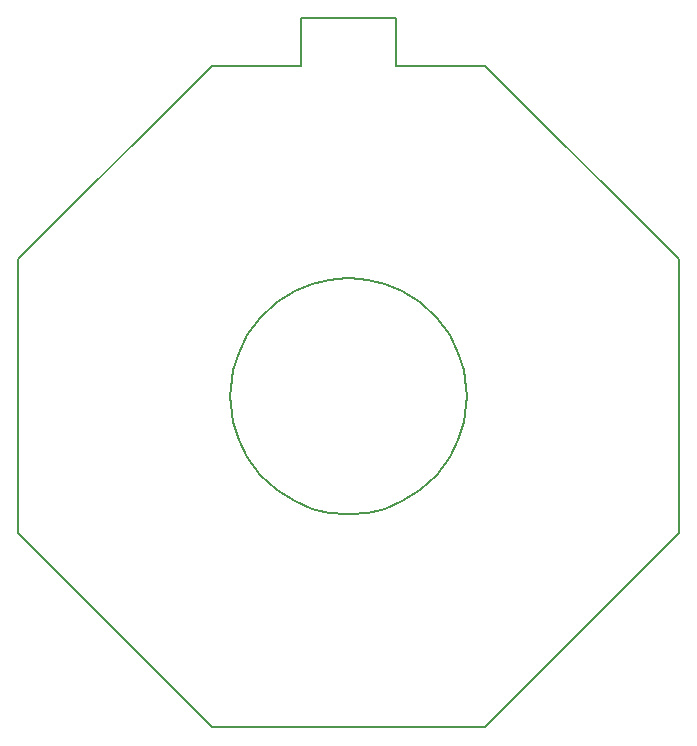
<source format=gbr>
G04 PROTEUS RS274X GERBER FILE*
%FSLAX45Y45*%
%MOMM*%
G01*
%ADD16C,0.203200*%
D16*
X+2800000Y+1159798D02*
X+1159798Y+2800000D01*
X+400000Y+2800000D01*
X+400000Y+3200000D01*
X-400000Y+3200000D01*
X-400000Y+2800000D01*
X-1159798Y+2800000D01*
X-2800000Y+1159798D01*
X-2800000Y-1159798D01*
X-1159798Y-2800000D01*
X+1159798Y-2800000D01*
X+2800000Y-1159798D01*
X+2800000Y+1159798D01*
X+1000000Y+0D02*
X+997283Y+73665D01*
X+975275Y+220996D01*
X+929696Y+368327D01*
X+856795Y+515658D01*
X+748629Y+662989D01*
X+603894Y+797065D01*
X+456563Y+889691D01*
X+309232Y+950987D01*
X+161901Y+986807D01*
X+14570Y+999894D01*
X+0Y+1000000D01*
X-1000000Y+0D02*
X-997283Y+73665D01*
X-975275Y+220996D01*
X-929696Y+368327D01*
X-856795Y+515658D01*
X-748629Y+662989D01*
X-603894Y+797065D01*
X-456563Y+889691D01*
X-309232Y+950987D01*
X-161901Y+986807D01*
X-14570Y+999894D01*
X+0Y+1000000D01*
X-1000000Y+0D02*
X-997283Y-73665D01*
X-975275Y-220996D01*
X-929696Y-368327D01*
X-856795Y-515658D01*
X-748629Y-662989D01*
X-603894Y-797065D01*
X-456563Y-889691D01*
X-309232Y-950987D01*
X-161901Y-986807D01*
X-14570Y-999894D01*
X+0Y-1000000D01*
X+1000000Y+0D02*
X+997283Y-73665D01*
X+975275Y-220996D01*
X+929696Y-368327D01*
X+856795Y-515658D01*
X+748629Y-662989D01*
X+603894Y-797065D01*
X+456563Y-889691D01*
X+309232Y-950987D01*
X+161901Y-986807D01*
X+14570Y-999894D01*
X+0Y-1000000D01*
M02*

</source>
